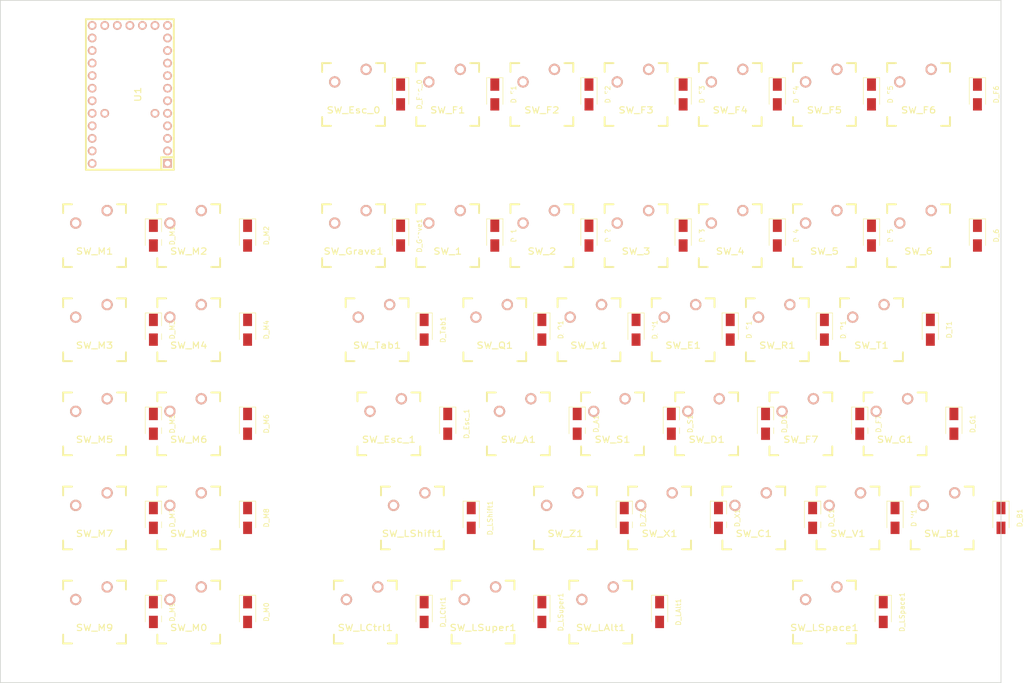
<source format=kicad_pcb>
(kicad_pcb (version 4) (host pcbnew 4.0.5)
  (layers (0 F.Cu signal) (31 B.Cu signal) (34 B.Paste user) (35 F.Paste user) (36 B.SilkS user) (37 F.SilkS user) (38 B.Mask user) (39 F.Mask user) (44 Edge.Cuts user))
  (net 0 "")
  (net 1 "Net-(D_1-Pad1)")
  (net 2 /Column3)
  (net 3 "Net-(D_2-Pad1)")
  (net 4 /Column4)
  (net 5 "Net-(D_3-Pad1)")
  (net 6 /Column5)
  (net 7 "Net-(D_4-Pad1)")
  (net 8 /Column6)
  (net 9 "Net-(D_5-Pad1)")
  (net 10 /Column7)
  (net 11 "Net-(D_6-Pad1)")
  (net 12 /Column8)
  (net 13 "Net-(D_A1-Pad1)")
  (net 14 "Net-(D_B1-Pad1)")
  (net 15 "Net-(D_C1-Pad1)")
  (net 16 "Net-(D_D1-Pad1)")
  (net 17 "Net-(D_E1-Pad1)")
  (net 18 "Net-(D_Esc_0-Pad1)")
  (net 19 /Column2)
  (net 20 "Net-(D_Esc_1-Pad1)")
  (net 21 "Net-(D_F1-Pad1)")
  (net 22 "Net-(D_F2-Pad1)")
  (net 23 "Net-(D_F3-Pad1)")
  (net 24 "Net-(D_F4-Pad1)")
  (net 25 "Net-(D_F5-Pad1)")
  (net 26 "Net-(D_F6-Pad1)")
  (net 27 "Net-(D_F7-Pad1)")
  (net 28 "Net-(D_G1-Pad1)")
  (net 29 "Net-(D_Grave1-Pad1)")
  (net 30 "Net-(D_LAlt1-Pad1)")
  (net 31 "Net-(D_LCtrl1-Pad1)")
  (net 32 "Net-(D_LShift1-Pad1)")
  (net 33 "Net-(D_LSpace1-Pad1)")
  (net 34 "Net-(D_LSuper1-Pad1)")
  (net 35 "Net-(D_M0-Pad1)")
  (net 36 /Column1)
  (net 37 "Net-(D_M1-Pad1)")
  (net 38 /Column0)
  (net 39 "Net-(D_M2-Pad1)")
  (net 40 "Net-(D_M3-Pad1)")
  (net 41 "Net-(D_M4-Pad1)")
  (net 42 "Net-(D_M5-Pad1)")
  (net 43 "Net-(D_M6-Pad1)")
  (net 44 "Net-(D_M7-Pad1)")
  (net 45 "Net-(D_M8-Pad1)")
  (net 46 "Net-(D_M9-Pad1)")
  (net 47 "Net-(D_Q1-Pad1)")
  (net 48 "Net-(D_R1-Pad1)")
  (net 49 "Net-(D_S1-Pad1)")
  (net 50 "Net-(D_T1-Pad1)")
  (net 51 "Net-(D_Tab1-Pad1)")
  (net 52 "Net-(D_V1-Pad1)")
  (net 53 "Net-(D_W1-Pad1)")
  (net 54 "Net-(D_X1-Pad1)")
  (net 55 "Net-(D_Z1-Pad1)")
  (net 56 /Row1)
  (net 57 /Row3)
  (net 58 /Row4)
  (net 59 /Row2)
  (net 60 /Row0)
  (net 61 /Row5)
  (net 62 "Net-(U1-Pad1)")
  (net 63 "Net-(U1-Pad13)")
  (net 64 "Net-(U1-Pad14)")
  (net 65 "Net-(U1-Pad15)")
  (net 66 "Net-(U1-Pad16)")
  (net 67 "Net-(U1-Pad18)")
  (net 68 "Net-(U1-Pad19)")
  (net 69 "Net-(U1-Pad23)")
  (net 70 "Net-(U1-Pad24)")
  (net 71 "Net-(U1-Pad25)")
  (net 72 "Net-(U1-Pad26)")
  (net 73 "Net-(U1-Pad27)")
  (net 74 "Net-(U1-Pad28)")
  (net 75 "Net-(U1-Pad29)")
  (net 76 "Net-(U1-Pad30)")
  (net 77 "Net-(U1-Pad31)")
  (module Stormboard_Keyboard:CHERRY_PLATE_100H (layer F.Cu) (at 138.1125 76.2)
    (fp_text reference SW_1 (at 0 3.175) (layer F.SilkS) (effects (font (size 1.27 1.524) (thickness 0.2032))))
    (fp_text value SWITCH_PUSH hide)
    (pad 1 thru_hole circle (at 2.54 -5.08) (size 2.286 2.286) (drill 1.4986) (layers *.Cu *.SilkS *.Mask) (net 56 /Row1))
    (pad 2 thru_hole circle (at -3.81 -2.54) (size 2.286 2.286) (drill 1.4986) (layers *.Cu *.SilkS *.Mask) (net 1 "Net-(D_1-Pad1)"))
    (pad HOLE np_thru_hole circle (at 0 0) (size 3.9878 3.9878) (drill 3.9878) (layers *.Cu))
    (pad HOLE np_thru_hole circle (at -5.08 0) (size 1.7018 1.7018) (drill 1.7018) (layers *.Cu))
    (pad HOLE np_thru_hole circle (at 5.08 0) (size 1.7018 1.7018) (drill 1.7018) (layers *.Cu))
  )
  (module Stormboard_Keyboard:CHERRY_PLATE_100H (layer F.Cu) (at 157.1625 76.2)
    (fp_text reference SW_2 (at 0 3.175) (layer F.SilkS) (effects (font (size 1.27 1.524) (thickness 0.2032))))
    (fp_text value SWITCH_PUSH hide)
    (pad 1 thru_hole circle (at 2.54 -5.08) (size 2.286 2.286) (drill 1.4986) (layers *.Cu *.SilkS *.Mask) (net 56 /Row1))
    (pad 2 thru_hole circle (at -3.81 -2.54) (size 2.286 2.286) (drill 1.4986) (layers *.Cu *.SilkS *.Mask) (net 3 "Net-(D_2-Pad1)"))
    (pad HOLE np_thru_hole circle (at 0 0) (size 3.9878 3.9878) (drill 3.9878) (layers *.Cu))
    (pad HOLE np_thru_hole circle (at -5.08 0) (size 1.7018 1.7018) (drill 1.7018) (layers *.Cu))
    (pad HOLE np_thru_hole circle (at 5.08 0) (size 1.7018 1.7018) (drill 1.7018) (layers *.Cu))
  )
  (module Stormboard_Keyboard:CHERRY_PLATE_100H (layer F.Cu) (at 176.2125 76.2)
    (fp_text reference SW_3 (at 0 3.175) (layer F.SilkS) (effects (font (size 1.27 1.524) (thickness 0.2032))))
    (fp_text value SWITCH_PUSH hide)
    (pad 1 thru_hole circle (at 2.54 -5.08) (size 2.286 2.286) (drill 1.4986) (layers *.Cu *.SilkS *.Mask) (net 56 /Row1))
    (pad 2 thru_hole circle (at -3.81 -2.54) (size 2.286 2.286) (drill 1.4986) (layers *.Cu *.SilkS *.Mask) (net 5 "Net-(D_3-Pad1)"))
    (pad HOLE np_thru_hole circle (at 0 0) (size 3.9878 3.9878) (drill 3.9878) (layers *.Cu))
    (pad HOLE np_thru_hole circle (at -5.08 0) (size 1.7018 1.7018) (drill 1.7018) (layers *.Cu))
    (pad HOLE np_thru_hole circle (at 5.08 0) (size 1.7018 1.7018) (drill 1.7018) (layers *.Cu))
  )
  (module Stormboard_Keyboard:CHERRY_PLATE_100H (layer F.Cu) (at 195.2625 76.2)
    (fp_text reference SW_4 (at 0 3.175) (layer F.SilkS) (effects (font (size 1.27 1.524) (thickness 0.2032))))
    (fp_text value SWITCH_PUSH hide)
    (pad 1 thru_hole circle (at 2.54 -5.08) (size 2.286 2.286) (drill 1.4986) (layers *.Cu *.SilkS *.Mask) (net 56 /Row1))
    (pad 2 thru_hole circle (at -3.81 -2.54) (size 2.286 2.286) (drill 1.4986) (layers *.Cu *.SilkS *.Mask) (net 7 "Net-(D_4-Pad1)"))
    (pad HOLE np_thru_hole circle (at 0 0) (size 3.9878 3.9878) (drill 3.9878) (layers *.Cu))
    (pad HOLE np_thru_hole circle (at -5.08 0) (size 1.7018 1.7018) (drill 1.7018) (layers *.Cu))
    (pad HOLE np_thru_hole circle (at 5.08 0) (size 1.7018 1.7018) (drill 1.7018) (layers *.Cu))
  )
  (module Stormboard_Keyboard:CHERRY_PLATE_100H (layer F.Cu) (at 214.3125 76.2)
    (fp_text reference SW_5 (at 0 3.175) (layer F.SilkS) (effects (font (size 1.27 1.524) (thickness 0.2032))))
    (fp_text value SWITCH_PUSH hide)
    (pad 1 thru_hole circle (at 2.54 -5.08) (size 2.286 2.286) (drill 1.4986) (layers *.Cu *.SilkS *.Mask) (net 56 /Row1))
    (pad 2 thru_hole circle (at -3.81 -2.54) (size 2.286 2.286) (drill 1.4986) (layers *.Cu *.SilkS *.Mask) (net 9 "Net-(D_5-Pad1)"))
    (pad HOLE np_thru_hole circle (at 0 0) (size 3.9878 3.9878) (drill 3.9878) (layers *.Cu))
    (pad HOLE np_thru_hole circle (at -5.08 0) (size 1.7018 1.7018) (drill 1.7018) (layers *.Cu))
    (pad HOLE np_thru_hole circle (at 5.08 0) (size 1.7018 1.7018) (drill 1.7018) (layers *.Cu))
  )
  (module Stormboard_Keyboard:CHERRY_PLATE_100H (layer F.Cu) (at 233.3625 76.2)
    (fp_text reference SW_6 (at 0 3.175) (layer F.SilkS) (effects (font (size 1.27 1.524) (thickness 0.2032))))
    (fp_text value SWITCH_PUSH hide)
    (pad 1 thru_hole circle (at 2.54 -5.08) (size 2.286 2.286) (drill 1.4986) (layers *.Cu *.SilkS *.Mask) (net 56 /Row1))
    (pad 2 thru_hole circle (at -3.81 -2.54) (size 2.286 2.286) (drill 1.4986) (layers *.Cu *.SilkS *.Mask) (net 11 "Net-(D_6-Pad1)"))
    (pad HOLE np_thru_hole circle (at 0 0) (size 3.9878 3.9878) (drill 3.9878) (layers *.Cu))
    (pad HOLE np_thru_hole circle (at -5.08 0) (size 1.7018 1.7018) (drill 1.7018) (layers *.Cu))
    (pad HOLE np_thru_hole circle (at 5.08 0) (size 1.7018 1.7018) (drill 1.7018) (layers *.Cu))
  )
  (module Stormboard_Keyboard:CHERRY_PLATE_100H (layer F.Cu) (at 152.4 114.3)
    (fp_text reference SW_A1 (at 0 3.175) (layer F.SilkS) (effects (font (size 1.27 1.524) (thickness 0.2032))))
    (fp_text value SWITCH_PUSH hide)
    (pad 1 thru_hole circle (at 2.54 -5.08) (size 2.286 2.286) (drill 1.4986) (layers *.Cu *.SilkS *.Mask) (net 57 /Row3))
    (pad 2 thru_hole circle (at -3.81 -2.54) (size 2.286 2.286) (drill 1.4986) (layers *.Cu *.SilkS *.Mask) (net 13 "Net-(D_A1-Pad1)"))
    (pad HOLE np_thru_hole circle (at 0 0) (size 3.9878 3.9878) (drill 3.9878) (layers *.Cu))
    (pad HOLE np_thru_hole circle (at -5.08 0) (size 1.7018 1.7018) (drill 1.7018) (layers *.Cu))
    (pad HOLE np_thru_hole circle (at 5.08 0) (size 1.7018 1.7018) (drill 1.7018) (layers *.Cu))
  )
  (module Stormboard_Keyboard:CHERRY_PLATE_100H (layer F.Cu) (at 238.125 133.35)
    (fp_text reference SW_B1 (at 0 3.175) (layer F.SilkS) (effects (font (size 1.27 1.524) (thickness 0.2032))))
    (fp_text value SWITCH_PUSH hide)
    (pad 1 thru_hole circle (at 2.54 -5.08) (size 2.286 2.286) (drill 1.4986) (layers *.Cu *.SilkS *.Mask) (net 58 /Row4))
    (pad 2 thru_hole circle (at -3.81 -2.54) (size 2.286 2.286) (drill 1.4986) (layers *.Cu *.SilkS *.Mask) (net 14 "Net-(D_B1-Pad1)"))
    (pad HOLE np_thru_hole circle (at 0 0) (size 3.9878 3.9878) (drill 3.9878) (layers *.Cu))
    (pad HOLE np_thru_hole circle (at -5.08 0) (size 1.7018 1.7018) (drill 1.7018) (layers *.Cu))
    (pad HOLE np_thru_hole circle (at 5.08 0) (size 1.7018 1.7018) (drill 1.7018) (layers *.Cu))
  )
  (module Stormboard_Keyboard:CHERRY_PLATE_100H (layer F.Cu) (at 200.025 133.35)
    (fp_text reference SW_C1 (at 0 3.175) (layer F.SilkS) (effects (font (size 1.27 1.524) (thickness 0.2032))))
    (fp_text value SWITCH_PUSH hide)
    (pad 1 thru_hole circle (at 2.54 -5.08) (size 2.286 2.286) (drill 1.4986) (layers *.Cu *.SilkS *.Mask) (net 58 /Row4))
    (pad 2 thru_hole circle (at -3.81 -2.54) (size 2.286 2.286) (drill 1.4986) (layers *.Cu *.SilkS *.Mask) (net 15 "Net-(D_C1-Pad1)"))
    (pad HOLE np_thru_hole circle (at 0 0) (size 3.9878 3.9878) (drill 3.9878) (layers *.Cu))
    (pad HOLE np_thru_hole circle (at -5.08 0) (size 1.7018 1.7018) (drill 1.7018) (layers *.Cu))
    (pad HOLE np_thru_hole circle (at 5.08 0) (size 1.7018 1.7018) (drill 1.7018) (layers *.Cu))
  )
  (module Stormboard_Keyboard:CHERRY_PLATE_100H (layer F.Cu) (at 190.5 114.3)
    (fp_text reference SW_D1 (at 0 3.175) (layer F.SilkS) (effects (font (size 1.27 1.524) (thickness 0.2032))))
    (fp_text value SWITCH_PUSH hide)
    (pad 1 thru_hole circle (at 2.54 -5.08) (size 2.286 2.286) (drill 1.4986) (layers *.Cu *.SilkS *.Mask) (net 57 /Row3))
    (pad 2 thru_hole circle (at -3.81 -2.54) (size 2.286 2.286) (drill 1.4986) (layers *.Cu *.SilkS *.Mask) (net 16 "Net-(D_D1-Pad1)"))
    (pad HOLE np_thru_hole circle (at 0 0) (size 3.9878 3.9878) (drill 3.9878) (layers *.Cu))
    (pad HOLE np_thru_hole circle (at -5.08 0) (size 1.7018 1.7018) (drill 1.7018) (layers *.Cu))
    (pad HOLE np_thru_hole circle (at 5.08 0) (size 1.7018 1.7018) (drill 1.7018) (layers *.Cu))
  )
  (module Stormboard_Keyboard:CHERRY_PLATE_100H (layer F.Cu) (at 185.7375 95.25)
    (fp_text reference SW_E1 (at 0 3.175) (layer F.SilkS) (effects (font (size 1.27 1.524) (thickness 0.2032))))
    (fp_text value SWITCH_PUSH hide)
    (pad 1 thru_hole circle (at 2.54 -5.08) (size 2.286 2.286) (drill 1.4986) (layers *.Cu *.SilkS *.Mask) (net 59 /Row2))
    (pad 2 thru_hole circle (at -3.81 -2.54) (size 2.286 2.286) (drill 1.4986) (layers *.Cu *.SilkS *.Mask) (net 17 "Net-(D_E1-Pad1)"))
    (pad HOLE np_thru_hole circle (at 0 0) (size 3.9878 3.9878) (drill 3.9878) (layers *.Cu))
    (pad HOLE np_thru_hole circle (at -5.08 0) (size 1.7018 1.7018) (drill 1.7018) (layers *.Cu))
    (pad HOLE np_thru_hole circle (at 5.08 0) (size 1.7018 1.7018) (drill 1.7018) (layers *.Cu))
  )
  (module Stormboard_Keyboard:CHERRY_PLATE_100H (layer F.Cu) (at 119.0625 47.625)
    (fp_text reference SW_Esc_0 (at 0 3.175) (layer F.SilkS) (effects (font (size 1.27 1.524) (thickness 0.2032))))
    (fp_text value SWITCH_PUSH hide)
    (pad 1 thru_hole circle (at 2.54 -5.08) (size 2.286 2.286) (drill 1.4986) (layers *.Cu *.SilkS *.Mask) (net 60 /Row0))
    (pad 2 thru_hole circle (at -3.81 -2.54) (size 2.286 2.286) (drill 1.4986) (layers *.Cu *.SilkS *.Mask) (net 18 "Net-(D_Esc_0-Pad1)"))
    (pad HOLE np_thru_hole circle (at 0 0) (size 3.9878 3.9878) (drill 3.9878) (layers *.Cu))
    (pad HOLE np_thru_hole circle (at -5.08 0) (size 1.7018 1.7018) (drill 1.7018) (layers *.Cu))
    (pad HOLE np_thru_hole circle (at 5.08 0) (size 1.7018 1.7018) (drill 1.7018) (layers *.Cu))
  )
  (module Stormboard_Keyboard:CHERRY_PCB_175H (layer F.Cu) (at 126.20625 114.3)
    (fp_text reference SW_Esc_1 (at 0 3.175) (layer F.SilkS) (effects (font (size 1.27 1.524) (thickness 0.2032))))
    (fp_text value SWITCH_PUSH hide)
    (pad 1 thru_hole circle (at 2.54 -5.08) (size 2.286 2.286) (drill 1.4986) (layers *.Cu *.SilkS *.Mask) (net 57 /Row3))
    (pad 2 thru_hole circle (at -3.81 -2.54) (size 2.286 2.286) (drill 1.4986) (layers *.Cu *.SilkS *.Mask) (net 20 "Net-(D_Esc_1-Pad1)"))
    (pad HOLE np_thru_hole circle (at 0 0) (size 3.9878 3.9878) (drill 3.9878) (layers *.Cu))
    (pad HOLE np_thru_hole circle (at -5.08 0) (size 1.7018 1.7018) (drill 1.7018) (layers *.Cu))
    (pad HOLE np_thru_hole circle (at 5.08 0) (size 1.7018 1.7018) (drill 1.7018) (layers *.Cu))
  )
  (module Stormboard_Keyboard:CHERRY_PLATE_100H (layer F.Cu) (at 138.1125 47.625)
    (fp_text reference SW_F1 (at 0 3.175) (layer F.SilkS) (effects (font (size 1.27 1.524) (thickness 0.2032))))
    (fp_text value SWITCH_PUSH hide)
    (pad 1 thru_hole circle (at 2.54 -5.08) (size 2.286 2.286) (drill 1.4986) (layers *.Cu *.SilkS *.Mask) (net 60 /Row0))
    (pad 2 thru_hole circle (at -3.81 -2.54) (size 2.286 2.286) (drill 1.4986) (layers *.Cu *.SilkS *.Mask) (net 21 "Net-(D_F1-Pad1)"))
    (pad HOLE np_thru_hole circle (at 0 0) (size 3.9878 3.9878) (drill 3.9878) (layers *.Cu))
    (pad HOLE np_thru_hole circle (at -5.08 0) (size 1.7018 1.7018) (drill 1.7018) (layers *.Cu))
    (pad HOLE np_thru_hole circle (at 5.08 0) (size 1.7018 1.7018) (drill 1.7018) (layers *.Cu))
  )
  (module Stormboard_Keyboard:CHERRY_PLATE_100H (layer F.Cu) (at 157.1625 47.625)
    (fp_text reference SW_F2 (at 0 3.175) (layer F.SilkS) (effects (font (size 1.27 1.524) (thickness 0.2032))))
    (fp_text value SWITCH_PUSH hide)
    (pad 1 thru_hole circle (at 2.54 -5.08) (size 2.286 2.286) (drill 1.4986) (layers *.Cu *.SilkS *.Mask) (net 60 /Row0))
    (pad 2 thru_hole circle (at -3.81 -2.54) (size 2.286 2.286) (drill 1.4986) (layers *.Cu *.SilkS *.Mask) (net 22 "Net-(D_F2-Pad1)"))
    (pad HOLE np_thru_hole circle (at 0 0) (size 3.9878 3.9878) (drill 3.9878) (layers *.Cu))
    (pad HOLE np_thru_hole circle (at -5.08 0) (size 1.7018 1.7018) (drill 1.7018) (layers *.Cu))
    (pad HOLE np_thru_hole circle (at 5.08 0) (size 1.7018 1.7018) (drill 1.7018) (layers *.Cu))
  )
  (module Stormboard_Keyboard:CHERRY_PLATE_100H (layer F.Cu) (at 176.2125 47.625)
    (fp_text reference SW_F3 (at 0 3.175) (layer F.SilkS) (effects (font (size 1.27 1.524) (thickness 0.2032))))
    (fp_text value SWITCH_PUSH hide)
    (pad 1 thru_hole circle (at 2.54 -5.08) (size 2.286 2.286) (drill 1.4986) (layers *.Cu *.SilkS *.Mask) (net 60 /Row0))
    (pad 2 thru_hole circle (at -3.81 -2.54) (size 2.286 2.286) (drill 1.4986) (layers *.Cu *.SilkS *.Mask) (net 23 "Net-(D_F3-Pad1)"))
    (pad HOLE np_thru_hole circle (at 0 0) (size 3.9878 3.9878) (drill 3.9878) (layers *.Cu))
    (pad HOLE np_thru_hole circle (at -5.08 0) (size 1.7018 1.7018) (drill 1.7018) (layers *.Cu))
    (pad HOLE np_thru_hole circle (at 5.08 0) (size 1.7018 1.7018) (drill 1.7018) (layers *.Cu))
  )
  (module Stormboard_Keyboard:CHERRY_PLATE_100H (layer F.Cu) (at 195.2625 47.625)
    (fp_text reference SW_F4 (at 0 3.175) (layer F.SilkS) (effects (font (size 1.27 1.524) (thickness 0.2032))))
    (fp_text value SWITCH_PUSH hide)
    (pad 1 thru_hole circle (at 2.54 -5.08) (size 2.286 2.286) (drill 1.4986) (layers *.Cu *.SilkS *.Mask) (net 60 /Row0))
    (pad 2 thru_hole circle (at -3.81 -2.54) (size 2.286 2.286) (drill 1.4986) (layers *.Cu *.SilkS *.Mask) (net 24 "Net-(D_F4-Pad1)"))
    (pad HOLE np_thru_hole circle (at 0 0) (size 3.9878 3.9878) (drill 3.9878) (layers *.Cu))
    (pad HOLE np_thru_hole circle (at -5.08 0) (size 1.7018 1.7018) (drill 1.7018) (layers *.Cu))
    (pad HOLE np_thru_hole circle (at 5.08 0) (size 1.7018 1.7018) (drill 1.7018) (layers *.Cu))
  )
  (module Stormboard_Keyboard:CHERRY_PLATE_100H (layer F.Cu) (at 214.3125 47.625)
    (fp_text reference SW_F5 (at 0 3.175) (layer F.SilkS) (effects (font (size 1.27 1.524) (thickness 0.2032))))
    (fp_text value SWITCH_PUSH hide)
    (pad 1 thru_hole circle (at 2.54 -5.08) (size 2.286 2.286) (drill 1.4986) (layers *.Cu *.SilkS *.Mask) (net 60 /Row0))
    (pad 2 thru_hole circle (at -3.81 -2.54) (size 2.286 2.286) (drill 1.4986) (layers *.Cu *.SilkS *.Mask) (net 25 "Net-(D_F5-Pad1)"))
    (pad HOLE np_thru_hole circle (at 0 0) (size 3.9878 3.9878) (drill 3.9878) (layers *.Cu))
    (pad HOLE np_thru_hole circle (at -5.08 0) (size 1.7018 1.7018) (drill 1.7018) (layers *.Cu))
    (pad HOLE np_thru_hole circle (at 5.08 0) (size 1.7018 1.7018) (drill 1.7018) (layers *.Cu))
  )
  (module Stormboard_Keyboard:CHERRY_PLATE_100H (layer F.Cu) (at 233.3625 47.625)
    (fp_text reference SW_F6 (at 0 3.175) (layer F.SilkS) (effects (font (size 1.27 1.524) (thickness 0.2032))))
    (fp_text value SWITCH_PUSH hide)
    (pad 1 thru_hole circle (at 2.54 -5.08) (size 2.286 2.286) (drill 1.4986) (layers *.Cu *.SilkS *.Mask) (net 60 /Row0))
    (pad 2 thru_hole circle (at -3.81 -2.54) (size 2.286 2.286) (drill 1.4986) (layers *.Cu *.SilkS *.Mask) (net 26 "Net-(D_F6-Pad1)"))
    (pad HOLE np_thru_hole circle (at 0 0) (size 3.9878 3.9878) (drill 3.9878) (layers *.Cu))
    (pad HOLE np_thru_hole circle (at -5.08 0) (size 1.7018 1.7018) (drill 1.7018) (layers *.Cu))
    (pad HOLE np_thru_hole circle (at 5.08 0) (size 1.7018 1.7018) (drill 1.7018) (layers *.Cu))
  )
  (module Stormboard_Keyboard:CHERRY_PLATE_100H (layer F.Cu) (at 209.55 114.3)
    (fp_text reference SW_F7 (at 0 3.175) (layer F.SilkS) (effects (font (size 1.27 1.524) (thickness 0.2032))))
    (fp_text value SWITCH_PUSH hide)
    (pad 1 thru_hole circle (at 2.54 -5.08) (size 2.286 2.286) (drill 1.4986) (layers *.Cu *.SilkS *.Mask) (net 57 /Row3))
    (pad 2 thru_hole circle (at -3.81 -2.54) (size 2.286 2.286) (drill 1.4986) (layers *.Cu *.SilkS *.Mask) (net 27 "Net-(D_F7-Pad1)"))
    (pad HOLE np_thru_hole circle (at 0 0) (size 3.9878 3.9878) (drill 3.9878) (layers *.Cu))
    (pad HOLE np_thru_hole circle (at -5.08 0) (size 1.7018 1.7018) (drill 1.7018) (layers *.Cu))
    (pad HOLE np_thru_hole circle (at 5.08 0) (size 1.7018 1.7018) (drill 1.7018) (layers *.Cu))
  )
  (module Stormboard_Keyboard:CHERRY_PLATE_100H (layer F.Cu) (at 228.6 114.3)
    (fp_text reference SW_G1 (at 0 3.175) (layer F.SilkS) (effects (font (size 1.27 1.524) (thickness 0.2032))))
    (fp_text value SWITCH_PUSH hide)
    (pad 1 thru_hole circle (at 2.54 -5.08) (size 2.286 2.286) (drill 1.4986) (layers *.Cu *.SilkS *.Mask) (net 57 /Row3))
    (pad 2 thru_hole circle (at -3.81 -2.54) (size 2.286 2.286) (drill 1.4986) (layers *.Cu *.SilkS *.Mask) (net 28 "Net-(D_G1-Pad1)"))
    (pad HOLE np_thru_hole circle (at 0 0) (size 3.9878 3.9878) (drill 3.9878) (layers *.Cu))
    (pad HOLE np_thru_hole circle (at -5.08 0) (size 1.7018 1.7018) (drill 1.7018) (layers *.Cu))
    (pad HOLE np_thru_hole circle (at 5.08 0) (size 1.7018 1.7018) (drill 1.7018) (layers *.Cu))
  )
  (module Stormboard_Keyboard:CHERRY_PLATE_100H (layer F.Cu) (at 119.0625 76.2)
    (fp_text reference SW_Grave1 (at 0 3.175) (layer F.SilkS) (effects (font (size 1.27 1.524) (thickness 0.2032))))
    (fp_text value SWITCH_PUSH hide)
    (pad 1 thru_hole circle (at 2.54 -5.08) (size 2.286 2.286) (drill 1.4986) (layers *.Cu *.SilkS *.Mask) (net 56 /Row1))
    (pad 2 thru_hole circle (at -3.81 -2.54) (size 2.286 2.286) (drill 1.4986) (layers *.Cu *.SilkS *.Mask) (net 29 "Net-(D_Grave1-Pad1)"))
    (pad HOLE np_thru_hole circle (at 0 0) (size 3.9878 3.9878) (drill 3.9878) (layers *.Cu))
    (pad HOLE np_thru_hole circle (at -5.08 0) (size 1.7018 1.7018) (drill 1.7018) (layers *.Cu))
    (pad HOLE np_thru_hole circle (at 5.08 0) (size 1.7018 1.7018) (drill 1.7018) (layers *.Cu))
  )
  (module Stormboard_Keyboard:CHERRY_PCB_125H (layer F.Cu) (at 169.06875 152.4)
    (fp_text reference SW_LAlt1 (at 0 3.175) (layer F.SilkS) (effects (font (size 1.27 1.524) (thickness 0.2032))))
    (fp_text value SWITCH_PUSH hide)
    (pad 1 thru_hole circle (at 2.54 -5.08) (size 2.286 2.286) (drill 1.4986) (layers *.Cu *.SilkS *.Mask) (net 61 /Row5))
    (pad 2 thru_hole circle (at -3.81 -2.54) (size 2.286 2.286) (drill 1.4986) (layers *.Cu *.SilkS *.Mask) (net 30 "Net-(D_LAlt1-Pad1)"))
    (pad HOLE np_thru_hole circle (at 0 0) (size 3.9878 3.9878) (drill 3.9878) (layers *.Cu))
    (pad HOLE np_thru_hole circle (at -5.08 0) (size 1.7018 1.7018) (drill 1.7018) (layers *.Cu))
    (pad HOLE np_thru_hole circle (at 5.08 0) (size 1.7018 1.7018) (drill 1.7018) (layers *.Cu))
  )
  (module Stormboard_Keyboard:CHERRY_PCB_125H (layer F.Cu) (at 121.44375 152.4)
    (fp_text reference SW_LCtrl1 (at 0 3.175) (layer F.SilkS) (effects (font (size 1.27 1.524) (thickness 0.2032))))
    (fp_text value SWITCH_PUSH hide)
    (pad 1 thru_hole circle (at 2.54 -5.08) (size 2.286 2.286) (drill 1.4986) (layers *.Cu *.SilkS *.Mask) (net 61 /Row5))
    (pad 2 thru_hole circle (at -3.81 -2.54) (size 2.286 2.286) (drill 1.4986) (layers *.Cu *.SilkS *.Mask) (net 31 "Net-(D_LCtrl1-Pad1)"))
    (pad HOLE np_thru_hole circle (at 0 0) (size 3.9878 3.9878) (drill 3.9878) (layers *.Cu))
    (pad HOLE np_thru_hole circle (at -5.08 0) (size 1.7018 1.7018) (drill 1.7018) (layers *.Cu))
    (pad HOLE np_thru_hole circle (at 5.08 0) (size 1.7018 1.7018) (drill 1.7018) (layers *.Cu))
  )
  (module Stormboard_Keyboard:CHERRY_PCB_225H (layer F.Cu) (at 130.96875 133.35)
    (fp_text reference SW_LShift1 (at 0 3.175) (layer F.SilkS) (effects (font (size 1.27 1.524) (thickness 0.2032))))
    (fp_text value SWITCH_PUSH hide)
    (pad 1 thru_hole circle (at 2.54 -5.08) (size 2.286 2.286) (drill 1.4986) (layers *.Cu *.SilkS *.Mask) (net 58 /Row4))
    (pad 2 thru_hole circle (at -3.81 -2.54) (size 2.286 2.286) (drill 1.4986) (layers *.Cu *.SilkS *.Mask) (net 32 "Net-(D_LShift1-Pad1)"))
    (pad HOLE np_thru_hole circle (at 0 0) (size 3.9878 3.9878) (drill 3.9878) (layers *.Cu))
    (pad HOLE np_thru_hole circle (at -5.08 0) (size 1.7018 1.7018) (drill 1.7018) (layers *.Cu))
    (pad HOLE np_thru_hole circle (at 5.08 0) (size 1.7018 1.7018) (drill 1.7018) (layers *.Cu))
    (pad HOLE np_thru_hole circle (at -11.938 -6.985) (size 3.048 3.048) (drill 3.048) (layers *.Cu))
    (pad HOLE np_thru_hole circle (at 11.938 -6.985) (size 3.048 3.048) (drill 3.048) (layers *.Cu))
    (pad HOLE np_thru_hole circle (at -11.938 8.255) (size 3.9878 3.9878) (drill 3.9878) (layers *.Cu))
    (pad HOLE np_thru_hole circle (at 11.938 8.255) (size 3.9878 3.9878) (drill 3.9878) (layers *.Cu))
  )
  (module Stormboard_Keyboard:CHERRY_PCB_275H (layer F.Cu) (at 214.3125 152.4)
    (fp_text reference SW_LSpace1 (at 0 3.175) (layer F.SilkS) (effects (font (size 1.27 1.524) (thickness 0.2032))))
    (fp_text value SWITCH_PUSH hide)
    (pad 1 thru_hole circle (at 2.54 -5.08) (size 2.286 2.286) (drill 1.4986) (layers *.Cu *.SilkS *.Mask) (net 61 /Row5))
    (pad 2 thru_hole circle (at -3.81 -2.54) (size 2.286 2.286) (drill 1.4986) (layers *.Cu *.SilkS *.Mask) (net 33 "Net-(D_LSpace1-Pad1)"))
    (pad HOLE np_thru_hole circle (at 0 0) (size 3.9878 3.9878) (drill 3.9878) (layers *.Cu))
    (pad HOLE np_thru_hole circle (at -5.08 0) (size 1.7018 1.7018) (drill 1.7018) (layers *.Cu))
    (pad HOLE np_thru_hole circle (at 5.08 0) (size 1.7018 1.7018) (drill 1.7018) (layers *.Cu))
    (pad HOLE np_thru_hole circle (at -11.938 -6.985) (size 3.048 3.048) (drill 3.048) (layers *.Cu))
    (pad HOLE np_thru_hole circle (at 11.938 -6.985) (size 3.048 3.048) (drill 3.048) (layers *.Cu))
    (pad HOLE np_thru_hole circle (at -11.938 8.255) (size 3.9878 3.9878) (drill 3.9878) (layers *.Cu))
    (pad HOLE np_thru_hole circle (at 11.938 8.255) (size 3.9878 3.9878) (drill 3.9878) (layers *.Cu))
  )
  (module Stormboard_Keyboard:CHERRY_PCB_125H (layer F.Cu) (at 145.25625 152.4)
    (fp_text reference SW_LSuper1 (at 0 3.175) (layer F.SilkS) (effects (font (size 1.27 1.524) (thickness 0.2032))))
    (fp_text value SWITCH_PUSH hide)
    (pad 1 thru_hole circle (at 2.54 -5.08) (size 2.286 2.286) (drill 1.4986) (layers *.Cu *.SilkS *.Mask) (net 61 /Row5))
    (pad 2 thru_hole circle (at -3.81 -2.54) (size 2.286 2.286) (drill 1.4986) (layers *.Cu *.SilkS *.Mask) (net 34 "Net-(D_LSuper1-Pad1)"))
    (pad HOLE np_thru_hole circle (at 0 0) (size 3.9878 3.9878) (drill 3.9878) (layers *.Cu))
    (pad HOLE np_thru_hole circle (at -5.08 0) (size 1.7018 1.7018) (drill 1.7018) (layers *.Cu))
    (pad HOLE np_thru_hole circle (at 5.08 0) (size 1.7018 1.7018) (drill 1.7018) (layers *.Cu))
  )
  (module Stormboard_Keyboard:CHERRY_PLATE_100H (layer F.Cu) (at 85.725 152.4)
    (fp_text reference SW_M0 (at 0 3.175) (layer F.SilkS) (effects (font (size 1.27 1.524) (thickness 0.2032))))
    (fp_text value SWITCH_PUSH hide)
    (pad 1 thru_hole circle (at 2.54 -5.08) (size 2.286 2.286) (drill 1.4986) (layers *.Cu *.SilkS *.Mask) (net 61 /Row5))
    (pad 2 thru_hole circle (at -3.81 -2.54) (size 2.286 2.286) (drill 1.4986) (layers *.Cu *.SilkS *.Mask) (net 35 "Net-(D_M0-Pad1)"))
    (pad HOLE np_thru_hole circle (at 0 0) (size 3.9878 3.9878) (drill 3.9878) (layers *.Cu))
    (pad HOLE np_thru_hole circle (at -5.08 0) (size 1.7018 1.7018) (drill 1.7018) (layers *.Cu))
    (pad HOLE np_thru_hole circle (at 5.08 0) (size 1.7018 1.7018) (drill 1.7018) (layers *.Cu))
  )
  (module Stormboard_Keyboard:CHERRY_PLATE_100H (layer F.Cu) (at 66.675 76.2)
    (fp_text reference SW_M1 (at 0 3.175) (layer F.SilkS) (effects (font (size 1.27 1.524) (thickness 0.2032))))
    (fp_text value SWITCH_PUSH hide)
    (pad 1 thru_hole circle (at 2.54 -5.08) (size 2.286 2.286) (drill 1.4986) (layers *.Cu *.SilkS *.Mask) (net 56 /Row1))
    (pad 2 thru_hole circle (at -3.81 -2.54) (size 2.286 2.286) (drill 1.4986) (layers *.Cu *.SilkS *.Mask) (net 37 "Net-(D_M1-Pad1)"))
    (pad HOLE np_thru_hole circle (at 0 0) (size 3.9878 3.9878) (drill 3.9878) (layers *.Cu))
    (pad HOLE np_thru_hole circle (at -5.08 0) (size 1.7018 1.7018) (drill 1.7018) (layers *.Cu))
    (pad HOLE np_thru_hole circle (at 5.08 0) (size 1.7018 1.7018) (drill 1.7018) (layers *.Cu))
  )
  (module Stormboard_Keyboard:CHERRY_PLATE_100H (layer F.Cu) (at 85.725 76.2)
    (fp_text reference SW_M2 (at 0 3.175) (layer F.SilkS) (effects (font (size 1.27 1.524) (thickness 0.2032))))
    (fp_text value SWITCH_PUSH hide)
    (pad 1 thru_hole circle (at 2.54 -5.08) (size 2.286 2.286) (drill 1.4986) (layers *.Cu *.SilkS *.Mask) (net 56 /Row1))
    (pad 2 thru_hole circle (at -3.81 -2.54) (size 2.286 2.286) (drill 1.4986) (layers *.Cu *.SilkS *.Mask) (net 39 "Net-(D_M2-Pad1)"))
    (pad HOLE np_thru_hole circle (at 0 0) (size 3.9878 3.9878) (drill 3.9878) (layers *.Cu))
    (pad HOLE np_thru_hole circle (at -5.08 0) (size 1.7018 1.7018) (drill 1.7018) (layers *.Cu))
    (pad HOLE np_thru_hole circle (at 5.08 0) (size 1.7018 1.7018) (drill 1.7018) (layers *.Cu))
  )
  (module Stormboard_Keyboard:CHERRY_PLATE_100H (layer F.Cu) (at 66.675 95.25)
    (fp_text reference SW_M3 (at 0 3.175) (layer F.SilkS) (effects (font (size 1.27 1.524) (thickness 0.2032))))
    (fp_text value SWITCH_PUSH hide)
    (pad 1 thru_hole circle (at 2.54 -5.08) (size 2.286 2.286) (drill 1.4986) (layers *.Cu *.SilkS *.Mask) (net 59 /Row2))
    (pad 2 thru_hole circle (at -3.81 -2.54) (size 2.286 2.286) (drill 1.4986) (layers *.Cu *.SilkS *.Mask) (net 40 "Net-(D_M3-Pad1)"))
    (pad HOLE np_thru_hole circle (at 0 0) (size 3.9878 3.9878) (drill 3.9878) (layers *.Cu))
    (pad HOLE np_thru_hole circle (at -5.08 0) (size 1.7018 1.7018) (drill 1.7018) (layers *.Cu))
    (pad HOLE np_thru_hole circle (at 5.08 0) (size 1.7018 1.7018) (drill 1.7018) (layers *.Cu))
  )
  (module Stormboard_Keyboard:CHERRY_PLATE_100H (layer F.Cu) (at 85.725 95.25)
    (fp_text reference SW_M4 (at 0 3.175) (layer F.SilkS) (effects (font (size 1.27 1.524) (thickness 0.2032))))
    (fp_text value SWITCH_PUSH hide)
    (pad 1 thru_hole circle (at 2.54 -5.08) (size 2.286 2.286) (drill 1.4986) (layers *.Cu *.SilkS *.Mask) (net 59 /Row2))
    (pad 2 thru_hole circle (at -3.81 -2.54) (size 2.286 2.286) (drill 1.4986) (layers *.Cu *.SilkS *.Mask) (net 41 "Net-(D_M4-Pad1)"))
    (pad HOLE np_thru_hole circle (at 0 0) (size 3.9878 3.9878) (drill 3.9878) (layers *.Cu))
    (pad HOLE np_thru_hole circle (at -5.08 0) (size 1.7018 1.7018) (drill 1.7018) (layers *.Cu))
    (pad HOLE np_thru_hole circle (at 5.08 0) (size 1.7018 1.7018) (drill 1.7018) (layers *.Cu))
  )
  (module Stormboard_Keyboard:CHERRY_PLATE_100H (layer F.Cu) (at 66.675 114.3)
    (fp_text reference SW_M5 (at 0 3.175) (layer F.SilkS) (effects (font (size 1.27 1.524) (thickness 0.2032))))
    (fp_text value SWITCH_PUSH hide)
    (pad 1 thru_hole circle (at 2.54 -5.08) (size 2.286 2.286) (drill 1.4986) (layers *.Cu *.SilkS *.Mask) (net 57 /Row3))
    (pad 2 thru_hole circle (at -3.81 -2.54) (size 2.286 2.286) (drill 1.4986) (layers *.Cu *.SilkS *.Mask) (net 42 "Net-(D_M5-Pad1)"))
    (pad HOLE np_thru_hole circle (at 0 0) (size 3.9878 3.9878) (drill 3.9878) (layers *.Cu))
    (pad HOLE np_thru_hole circle (at -5.08 0) (size 1.7018 1.7018) (drill 1.7018) (layers *.Cu))
    (pad HOLE np_thru_hole circle (at 5.08 0) (size 1.7018 1.7018) (drill 1.7018) (layers *.Cu))
  )
  (module Stormboard_Keyboard:CHERRY_PLATE_100H (layer F.Cu) (at 85.725 114.3)
    (fp_text reference SW_M6 (at 0 3.175) (layer F.SilkS) (effects (font (size 1.27 1.524) (thickness 0.2032))))
    (fp_text value SWITCH_PUSH hide)
    (pad 1 thru_hole circle (at 2.54 -5.08) (size 2.286 2.286) (drill 1.4986) (layers *.Cu *.SilkS *.Mask) (net 57 /Row3))
    (pad 2 thru_hole circle (at -3.81 -2.54) (size 2.286 2.286) (drill 1.4986) (layers *.Cu *.SilkS *.Mask) (net 43 "Net-(D_M6-Pad1)"))
    (pad HOLE np_thru_hole circle (at 0 0) (size 3.9878 3.9878) (drill 3.9878) (layers *.Cu))
    (pad HOLE np_thru_hole circle (at -5.08 0) (size 1.7018 1.7018) (drill 1.7018) (layers *.Cu))
    (pad HOLE np_thru_hole circle (at 5.08 0) (size 1.7018 1.7018) (drill 1.7018) (layers *.Cu))
  )
  (module Stormboard_Keyboard:CHERRY_PLATE_100H (layer F.Cu) (at 66.675 133.35)
    (fp_text reference SW_M7 (at 0 3.175) (layer F.SilkS) (effects (font (size 1.27 1.524) (thickness 0.2032))))
    (fp_text value SWITCH_PUSH hide)
    (pad 1 thru_hole circle (at 2.54 -5.08) (size 2.286 2.286) (drill 1.4986) (layers *.Cu *.SilkS *.Mask) (net 58 /Row4))
    (pad 2 thru_hole circle (at -3.81 -2.54) (size 2.286 2.286) (drill 1.4986) (layers *.Cu *.SilkS *.Mask) (net 44 "Net-(D_M7-Pad1)"))
    (pad HOLE np_thru_hole circle (at 0 0) (size 3.9878 3.9878) (drill 3.9878) (layers *.Cu))
    (pad HOLE np_thru_hole circle (at -5.08 0) (size 1.7018 1.7018) (drill 1.7018) (layers *.Cu))
    (pad HOLE np_thru_hole circle (at 5.08 0) (size 1.7018 1.7018) (drill 1.7018) (layers *.Cu))
  )
  (module Stormboard_Keyboard:CHERRY_PLATE_100H (layer F.Cu) (at 85.725 133.35)
    (fp_text reference SW_M8 (at 0 3.175) (layer F.SilkS) (effects (font (size 1.27 1.524) (thickness 0.2032))))
    (fp_text value SWITCH_PUSH hide)
    (pad 1 thru_hole circle (at 2.54 -5.08) (size 2.286 2.286) (drill 1.4986) (layers *.Cu *.SilkS *.Mask) (net 58 /Row4))
    (pad 2 thru_hole circle (at -3.81 -2.54) (size 2.286 2.286) (drill 1.4986) (layers *.Cu *.SilkS *.Mask) (net 45 "Net-(D_M8-Pad1)"))
    (pad HOLE np_thru_hole circle (at 0 0) (size 3.9878 3.9878) (drill 3.9878) (layers *.Cu))
    (pad HOLE np_thru_hole circle (at -5.08 0) (size 1.7018 1.7018) (drill 1.7018) (layers *.Cu))
    (pad HOLE np_thru_hole circle (at 5.08 0) (size 1.7018 1.7018) (drill 1.7018) (layers *.Cu))
  )
  (module Stormboard_Keyboard:CHERRY_PLATE_100H (layer F.Cu) (at 66.675 152.4)
    (fp_text reference SW_M9 (at 0 3.175) (layer F.SilkS) (effects (font (size 1.27 1.524) (thickness 0.2032))))
    (fp_text value SWITCH_PUSH hide)
    (pad 1 thru_hole circle (at 2.54 -5.08) (size 2.286 2.286) (drill 1.4986) (layers *.Cu *.SilkS *.Mask) (net 61 /Row5))
    (pad 2 thru_hole circle (at -3.81 -2.54) (size 2.286 2.286) (drill 1.4986) (layers *.Cu *.SilkS *.Mask) (net 46 "Net-(D_M9-Pad1)"))
    (pad HOLE np_thru_hole circle (at 0 0) (size 3.9878 3.9878) (drill 3.9878) (layers *.Cu))
    (pad HOLE np_thru_hole circle (at -5.08 0) (size 1.7018 1.7018) (drill 1.7018) (layers *.Cu))
    (pad HOLE np_thru_hole circle (at 5.08 0) (size 1.7018 1.7018) (drill 1.7018) (layers *.Cu))
  )
  (module Stormboard_Keyboard:CHERRY_PLATE_100H (layer F.Cu) (at 147.6375 95.25)
    (fp_text reference SW_Q1 (at 0 3.175) (layer F.SilkS) (effects (font (size 1.27 1.524) (thickness 0.2032))))
    (fp_text value SWITCH_PUSH hide)
    (pad 1 thru_hole circle (at 2.54 -5.08) (size 2.286 2.286) (drill 1.4986) (layers *.Cu *.SilkS *.Mask) (net 59 /Row2))
    (pad 2 thru_hole circle (at -3.81 -2.54) (size 2.286 2.286) (drill 1.4986) (layers *.Cu *.SilkS *.Mask) (net 47 "Net-(D_Q1-Pad1)"))
    (pad HOLE np_thru_hole circle (at 0 0) (size 3.9878 3.9878) (drill 3.9878) (layers *.Cu))
    (pad HOLE np_thru_hole circle (at -5.08 0) (size 1.7018 1.7018) (drill 1.7018) (layers *.Cu))
    (pad HOLE np_thru_hole circle (at 5.08 0) (size 1.7018 1.7018) (drill 1.7018) (layers *.Cu))
  )
  (module Stormboard_Keyboard:CHERRY_PLATE_100H (layer F.Cu) (at 204.7875 95.25)
    (fp_text reference SW_R1 (at 0 3.175) (layer F.SilkS) (effects (font (size 1.27 1.524) (thickness 0.2032))))
    (fp_text value SWITCH_PUSH hide)
    (pad 1 thru_hole circle (at 2.54 -5.08) (size 2.286 2.286) (drill 1.4986) (layers *.Cu *.SilkS *.Mask) (net 59 /Row2))
    (pad 2 thru_hole circle (at -3.81 -2.54) (size 2.286 2.286) (drill 1.4986) (layers *.Cu *.SilkS *.Mask) (net 48 "Net-(D_R1-Pad1)"))
    (pad HOLE np_thru_hole circle (at 0 0) (size 3.9878 3.9878) (drill 3.9878) (layers *.Cu))
    (pad HOLE np_thru_hole circle (at -5.08 0) (size 1.7018 1.7018) (drill 1.7018) (layers *.Cu))
    (pad HOLE np_thru_hole circle (at 5.08 0) (size 1.7018 1.7018) (drill 1.7018) (layers *.Cu))
  )
  (module Stormboard_Keyboard:CHERRY_PLATE_100H (layer F.Cu) (at 171.45 114.3)
    (fp_text reference SW_S1 (at 0 3.175) (layer F.SilkS) (effects (font (size 1.27 1.524) (thickness 0.2032))))
    (fp_text value SWITCH_PUSH hide)
    (pad 1 thru_hole circle (at 2.54 -5.08) (size 2.286 2.286) (drill 1.4986) (layers *.Cu *.SilkS *.Mask) (net 57 /Row3))
    (pad 2 thru_hole circle (at -3.81 -2.54) (size 2.286 2.286) (drill 1.4986) (layers *.Cu *.SilkS *.Mask) (net 49 "Net-(D_S1-Pad1)"))
    (pad HOLE np_thru_hole circle (at 0 0) (size 3.9878 3.9878) (drill 3.9878) (layers *.Cu))
    (pad HOLE np_thru_hole circle (at -5.08 0) (size 1.7018 1.7018) (drill 1.7018) (layers *.Cu))
    (pad HOLE np_thru_hole circle (at 5.08 0) (size 1.7018 1.7018) (drill 1.7018) (layers *.Cu))
  )
  (module Stormboard_Keyboard:CHERRY_PLATE_100H (layer F.Cu) (at 223.8375 95.25)
    (fp_text reference SW_T1 (at 0 3.175) (layer F.SilkS) (effects (font (size 1.27 1.524) (thickness 0.2032))))
    (fp_text value SWITCH_PUSH hide)
    (pad 1 thru_hole circle (at 2.54 -5.08) (size 2.286 2.286) (drill 1.4986) (layers *.Cu *.SilkS *.Mask) (net 59 /Row2))
    (pad 2 thru_hole circle (at -3.81 -2.54) (size 2.286 2.286) (drill 1.4986) (layers *.Cu *.SilkS *.Mask) (net 50 "Net-(D_T1-Pad1)"))
    (pad HOLE np_thru_hole circle (at 0 0) (size 3.9878 3.9878) (drill 3.9878) (layers *.Cu))
    (pad HOLE np_thru_hole circle (at -5.08 0) (size 1.7018 1.7018) (drill 1.7018) (layers *.Cu))
    (pad HOLE np_thru_hole circle (at 5.08 0) (size 1.7018 1.7018) (drill 1.7018) (layers *.Cu))
  )
  (module Stormboard_Keyboard:CHERRY_PCB_150H (layer F.Cu) (at 123.825 95.25)
    (fp_text reference SW_Tab1 (at 0 3.175) (layer F.SilkS) (effects (font (size 1.27 1.524) (thickness 0.2032))))
    (fp_text value SWITCH_PUSH hide)
    (pad 1 thru_hole circle (at 2.54 -5.08) (size 2.286 2.286) (drill 1.4986) (layers *.Cu *.SilkS *.Mask) (net 59 /Row2))
    (pad 2 thru_hole circle (at -3.81 -2.54) (size 2.286 2.286) (drill 1.4986) (layers *.Cu *.SilkS *.Mask) (net 51 "Net-(D_Tab1-Pad1)"))
    (pad HOLE np_thru_hole circle (at 0 0) (size 3.9878 3.9878) (drill 3.9878) (layers *.Cu))
    (pad HOLE np_thru_hole circle (at -5.08 0) (size 1.7018 1.7018) (drill 1.7018) (layers *.Cu))
    (pad HOLE np_thru_hole circle (at 5.08 0) (size 1.7018 1.7018) (drill 1.7018) (layers *.Cu))
  )
  (module Stormboard_Keyboard:CHERRY_PLATE_100H (layer F.Cu) (at 219.075 133.35)
    (fp_text reference SW_V1 (at 0 3.175) (layer F.SilkS) (effects (font (size 1.27 1.524) (thickness 0.2032))))
    (fp_text value SWITCH_PUSH hide)
    (pad 1 thru_hole circle (at 2.54 -5.08) (size 2.286 2.286) (drill 1.4986) (layers *.Cu *.SilkS *.Mask) (net 58 /Row4))
    (pad 2 thru_hole circle (at -3.81 -2.54) (size 2.286 2.286) (drill 1.4986) (layers *.Cu *.SilkS *.Mask) (net 52 "Net-(D_V1-Pad1)"))
    (pad HOLE np_thru_hole circle (at 0 0) (size 3.9878 3.9878) (drill 3.9878) (layers *.Cu))
    (pad HOLE np_thru_hole circle (at -5.08 0) (size 1.7018 1.7018) (drill 1.7018) (layers *.Cu))
    (pad HOLE np_thru_hole circle (at 5.08 0) (size 1.7018 1.7018) (drill 1.7018) (layers *.Cu))
  )
  (module Stormboard_Keyboard:CHERRY_PLATE_100H (layer F.Cu) (at 166.6875 95.25)
    (fp_text reference SW_W1 (at 0 3.175) (layer F.SilkS) (effects (font (size 1.27 1.524) (thickness 0.2032))))
    (fp_text value SWITCH_PUSH hide)
    (pad 1 thru_hole circle (at 2.54 -5.08) (size 2.286 2.286) (drill 1.4986) (layers *.Cu *.SilkS *.Mask) (net 59 /Row2))
    (pad 2 thru_hole circle (at -3.81 -2.54) (size 2.286 2.286) (drill 1.4986) (layers *.Cu *.SilkS *.Mask) (net 53 "Net-(D_W1-Pad1)"))
    (pad HOLE np_thru_hole circle (at 0 0) (size 3.9878 3.9878) (drill 3.9878) (layers *.Cu))
    (pad HOLE np_thru_hole circle (at -5.08 0) (size 1.7018 1.7018) (drill 1.7018) (layers *.Cu))
    (pad HOLE np_thru_hole circle (at 5.08 0) (size 1.7018 1.7018) (drill 1.7018) (layers *.Cu))
  )
  (module Stormboard_Keyboard:CHERRY_PLATE_100H (layer F.Cu) (at 180.975 133.35)
    (fp_text reference SW_X1 (at 0 3.175) (layer F.SilkS) (effects (font (size 1.27 1.524) (thickness 0.2032))))
    (fp_text value SWITCH_PUSH hide)
    (pad 1 thru_hole circle (at 2.54 -5.08) (size 2.286 2.286) (drill 1.4986) (layers *.Cu *.SilkS *.Mask) (net 58 /Row4))
    (pad 2 thru_hole circle (at -3.81 -2.54) (size 2.286 2.286) (drill 1.4986) (layers *.Cu *.SilkS *.Mask) (net 54 "Net-(D_X1-Pad1)"))
    (pad HOLE np_thru_hole circle (at 0 0) (size 3.9878 3.9878) (drill 3.9878) (layers *.Cu))
    (pad HOLE np_thru_hole circle (at -5.08 0) (size 1.7018 1.7018) (drill 1.7018) (layers *.Cu))
    (pad HOLE np_thru_hole circle (at 5.08 0) (size 1.7018 1.7018) (drill 1.7018) (layers *.Cu))
  )
  (module Stormboard_Keyboard:CHERRY_PLATE_100H (layer F.Cu) (at 161.925 133.35)
    (fp_text reference SW_Z1 (at 0 3.175) (layer F.SilkS) (effects (font (size 1.27 1.524) (thickness 0.2032))))
    (fp_text value SWITCH_PUSH hide)
    (pad 1 thru_hole circle (at 2.54 -5.08) (size 2.286 2.286) (drill 1.4986) (layers *.Cu *.SilkS *.Mask) (net 58 /Row4))
    (pad 2 thru_hole circle (at -3.81 -2.54) (size 2.286 2.286) (drill 1.4986) (layers *.Cu *.SilkS *.Mask) (net 55 "Net-(D_Z1-Pad1)"))
    (pad HOLE np_thru_hole circle (at 0 0) (size 3.9878 3.9878) (drill 3.9878) (layers *.Cu))
    (pad HOLE np_thru_hole circle (at -5.08 0) (size 1.7018 1.7018) (drill 1.7018) (layers *.Cu))
    (pad HOLE np_thru_hole circle (at 5.08 0) (size 1.7018 1.7018) (drill 1.7018) (layers *.Cu))
  )
  (module Stormboard_Keyboard:TEENSY_2.0 (layer F.Cu) (at 73.81875 47.625 90)
    (fp_text reference U1 (at 0 1.625 90) (layer F.SilkS) (effects (font (size 1.27 1.524) (thickness 0.2032))))
    (fp_text value TEENSY2.0 hide)
    (pad 1 thru_hole rect (at -13.97 7.62 90) (size 1.7526 1.7526) (drill 1.0922) (layers *.Cu *.SilkS *.Mask) (net 62 "Net-(U1-Pad1)"))
    (pad 2 thru_hole circle (at -11.43 7.62 90) (size 1.7526 1.7526) (drill 1.0922) (layers *.Cu *.SilkS *.Mask) (net 57 /Row3))
    (pad 3 thru_hole circle (at -8.89 7.62 90) (size 1.7526 1.7526) (drill 1.0922) (layers *.Cu *.SilkS *.Mask) (net 59 /Row2))
    (pad 4 thru_hole circle (at -6.35 7.62 90) (size 1.7526 1.7526) (drill 1.0922) (layers *.Cu *.SilkS *.Mask) (net 56 /Row1))
    (pad 5 thru_hole circle (at -3.81 7.62 90) (size 1.7526 1.7526) (drill 1.0922) (layers *.Cu *.SilkS *.Mask) (net 60 /Row0))
    (pad 6 thru_hole circle (at -1.27 7.62 90) (size 1.7526 1.7526) (drill 1.0922) (layers *.Cu *.SilkS *.Mask) (net 36 /Column1))
    (pad 7 thru_hole circle (at 1.27 7.62 90) (size 1.7526 1.7526) (drill 1.0922) (layers *.Cu *.SilkS *.Mask) (net 19 /Column2))
    (pad 8 thru_hole circle (at 3.81 7.62 90) (size 1.7526 1.7526) (drill 1.0922) (layers *.Cu *.SilkS *.Mask) (net 2 /Column3))
    (pad 9 thru_hole circle (at 6.35 7.62 90) (size 1.7526 1.7526) (drill 1.0922) (layers *.Cu *.SilkS *.Mask) (net 4 /Column4))
    (pad 10 thru_hole circle (at 8.89 7.62 90) (size 1.7526 1.7526) (drill 1.0922) (layers *.Cu *.SilkS *.Mask) (net 6 /Column5))
    (pad 11 thru_hole circle (at 11.43 7.62 90) (size 1.7526 1.7526) (drill 1.0922) (layers *.Cu *.SilkS *.Mask) (net 8 /Column6))
    (pad 12 thru_hole circle (at 13.97 7.62 90) (size 1.7526 1.7526) (drill 1.0922) (layers *.Cu *.SilkS *.Mask) (net 10 /Column7))
    (pad 13 thru_hole circle (at 13.97 5.08) (size 1.7526 1.7526) (drill 1.0922) (layers *.Cu *.SilkS *.Mask) (net 63 "Net-(U1-Pad13)"))
    (pad 14 thru_hole circle (at 13.97 2.54) (size 1.7526 1.7526) (drill 1.0922) (layers *.Cu *.SilkS *.Mask) (net 64 "Net-(U1-Pad14)"))
    (pad 15 thru_hole circle (at 13.97 0) (size 1.7526 1.7526) (drill 1.0922) (layers *.Cu *.SilkS *.Mask) (net 65 "Net-(U1-Pad15)"))
    (pad 16 thru_hole circle (at 13.97 -2.54) (size 1.7526 1.7526) (drill 1.0922) (layers *.Cu *.SilkS *.Mask) (net 66 "Net-(U1-Pad16)"))
    (pad 17 thru_hole circle (at 13.97 -5.08) (size 1.7526 1.7526) (drill 1.0922) (layers *.Cu *.SilkS *.Mask) (net 12 /Column8))
    (pad 18 thru_hole circle (at 13.97 -7.62 90) (size 1.7526 1.7526) (drill 1.0922) (layers *.Cu *.SilkS *.Mask) (net 67 "Net-(U1-Pad18)"))
    (pad 19 thru_hole circle (at 11.43 -7.62 90) (size 1.7526 1.7526) (drill 1.0922) (layers *.Cu *.SilkS *.Mask) (net 68 "Net-(U1-Pad19)"))
    (pad 20 thru_hole circle (at 8.89 -7.62 90) (size 1.7526 1.7526) (drill 1.0922) (layers *.Cu *.SilkS *.Mask) (net 58 /Row4))
    (pad 21 thru_hole circle (at 6.35 -7.62 90) (size 1.7526 1.7526) (drill 1.0922) (layers *.Cu *.SilkS *.Mask) (net 61 /Row5))
    (pad 22 thru_hole circle (at 3.81 -7.62 90) (size 1.7526 1.7526) (drill 1.0922) (layers *.Cu *.SilkS *.Mask) (net 38 /Column0))
    (pad 23 thru_hole circle (at 1.27 -7.62 90) (size 1.7526 1.7526) (drill 1.0922) (layers *.Cu *.SilkS *.Mask) (net 69 "Net-(U1-Pad23)"))
    (pad 24 thru_hole circle (at -1.27 -7.62 90) (size 1.7526 1.7526) (drill 1.0922) (layers *.Cu *.SilkS *.Mask) (net 70 "Net-(U1-Pad24)"))
    (pad 25 thru_hole circle (at -3.81 -7.62 90) (size 1.7526 1.7526) (drill 1.0922) (layers *.Cu *.SilkS *.Mask) (net 71 "Net-(U1-Pad25)"))
    (pad 26 thru_hole circle (at -6.35 -7.62 90) (size 1.7526 1.7526) (drill 1.0922) (layers *.Cu *.SilkS *.Mask) (net 72 "Net-(U1-Pad26)"))
    (pad 27 thru_hole circle (at -8.89 -7.62 90) (size 1.7526 1.7526) (drill 1.0922) (layers *.Cu *.SilkS *.Mask) (net 73 "Net-(U1-Pad27)"))
    (pad 28 thru_hole circle (at -11.43 -7.62 90) (size 1.7526 1.7526) (drill 1.0922) (layers *.Cu *.SilkS *.Mask) (net 74 "Net-(U1-Pad28)"))
    (pad 29 thru_hole circle (at -13.97 -7.62 90) (size 1.7526 1.7526) (drill 1.0922) (layers *.Cu *.SilkS *.Mask) (net 75 "Net-(U1-Pad29)"))
    (pad 30 thru_hole circle (at -3.81 -5.08) (size 1.7526 1.7526) (drill 1.0922) (layers *.Cu *.SilkS *.Mask) (net 76 "Net-(U1-Pad30)"))
    (pad 31 thru_hole circle (at -3.81 5.08) (size 1.7526 1.7526) (drill 1.0922) (layers *.Cu *.SilkS *.Mask) (net 77 "Net-(U1-Pad31)"))
  )
  (module Diodes_SMD:D_SMA_Standard (layer F.Cu) (at 147.6375 76.2 270)
    (fp_text reference D_1 (at 0 -3.81 270) (layer F.SilkS))
    (fp_text value DIODE)
    (pad 1 smd rect (at -2 0 270) (size 2.5 1.8) (layers F.Cu F.Paste F.Mask) (net 1 "Net-(D_1-Pad1)"))
    (pad 2 smd rect (at 2 0 270) (size 2.5 1.8) (layers F.Cu F.Paste F.Mask) (net 2 /Column3))
  )
  (module Diodes_SMD:D_SMA_Standard (layer F.Cu) (at 166.6875 76.2 270)
    (fp_text reference D_2 (at 0 -3.81 270) (layer F.SilkS))
    (fp_text value DIODE)
    (pad 1 smd rect (at -2 0 270) (size 2.5 1.8) (layers F.Cu F.Paste F.Mask) (net 3 "Net-(D_2-Pad1)"))
    (pad 2 smd rect (at 2 0 270) (size 2.5 1.8) (layers F.Cu F.Paste F.Mask) (net 4 /Column4))
  )
  (module Diodes_SMD:D_SMA_Standard (layer F.Cu) (at 185.7375 76.2 270)
    (fp_text reference D_3 (at 0 -3.81 270) (layer F.SilkS))
    (fp_text value DIODE)
    (pad 1 smd rect (at -2 0 270) (size 2.5 1.8) (layers F.Cu F.Paste F.Mask) (net 5 "Net-(D_3-Pad1)"))
    (pad 2 smd rect (at 2 0 270) (size 2.5 1.8) (layers F.Cu F.Paste F.Mask) (net 6 /Column5))
  )
  (module Diodes_SMD:D_SMA_Standard (layer F.Cu) (at 204.7875 76.2 270)
    (fp_text reference D_4 (at 0 -3.81 270) (layer F.SilkS))
    (fp_text value DIODE)
    (pad 1 smd rect (at -2 0 270) (size 2.5 1.8) (layers F.Cu F.Paste F.Mask) (net 7 "Net-(D_4-Pad1)"))
    (pad 2 smd rect (at 2 0 270) (size 2.5 1.8) (layers F.Cu F.Paste F.Mask) (net 8 /Column6))
  )
  (module Diodes_SMD:D_SMA_Standard (layer F.Cu) (at 223.8375 76.2 270)
    (fp_text reference D_5 (at 0 -3.81 270) (layer F.SilkS))
    (fp_text value DIODE)
    (pad 1 smd rect (at -2 0 270) (size 2.5 1.8) (layers F.Cu F.Paste F.Mask) (net 9 "Net-(D_5-Pad1)"))
    (pad 2 smd rect (at 2 0 270) (size 2.5 1.8) (layers F.Cu F.Paste F.Mask) (net 10 /Column7))
  )
  (module Diodes_SMD:D_SMA_Standard (layer F.Cu) (at 245.26875 76.2 270)
    (fp_text reference D_6 (at 0 -3.81 270) (layer F.SilkS))
    (fp_text value DIODE)
    (pad 1 smd rect (at -2 0 270) (size 2.5 1.8) (layers F.Cu F.Paste F.Mask) (net 11 "Net-(D_6-Pad1)"))
    (pad 2 smd rect (at 2 0 270) (size 2.5 1.8) (layers F.Cu F.Paste F.Mask) (net 12 /Column8))
  )
  (module Diodes_SMD:D_SMA_Standard (layer F.Cu) (at 164.30625 114.3 270)
    (fp_text reference D_A1 (at 0 -3.81 270) (layer F.SilkS))
    (fp_text value DIODE)
    (pad 1 smd rect (at -2 0 270) (size 2.5 1.8) (layers F.Cu F.Paste F.Mask) (net 13 "Net-(D_A1-Pad1)"))
    (pad 2 smd rect (at 2 0 270) (size 2.5 1.8) (layers F.Cu F.Paste F.Mask) (net 2 /Column3))
  )
  (module Diodes_SMD:D_SMA_Standard (layer F.Cu) (at 250.03125 133.35 270)
    (fp_text reference D_B1 (at 0 -3.81 270) (layer F.SilkS))
    (fp_text value DIODE)
    (pad 1 smd rect (at -2 0 270) (size 2.5 1.8) (layers F.Cu F.Paste F.Mask) (net 14 "Net-(D_B1-Pad1)"))
    (pad 2 smd rect (at 2 0 270) (size 2.5 1.8) (layers F.Cu F.Paste F.Mask) (net 10 /Column7))
  )
  (module Diodes_SMD:D_SMA_Standard (layer F.Cu) (at 211.93125 133.35 270)
    (fp_text reference D_C1 (at 0 -3.81 270) (layer F.SilkS))
    (fp_text value DIODE)
    (pad 1 smd rect (at -2 0 270) (size 2.5 1.8) (layers F.Cu F.Paste F.Mask) (net 15 "Net-(D_C1-Pad1)"))
    (pad 2 smd rect (at 2 0 270) (size 2.5 1.8) (layers F.Cu F.Paste F.Mask) (net 6 /Column5))
  )
  (module Diodes_SMD:D_SMA_Standard (layer F.Cu) (at 202.40625 114.3 270)
    (fp_text reference D_D1 (at 0 -3.81 270) (layer F.SilkS))
    (fp_text value DIODE)
    (pad 1 smd rect (at -2 0 270) (size 2.5 1.8) (layers F.Cu F.Paste F.Mask) (net 16 "Net-(D_D1-Pad1)"))
    (pad 2 smd rect (at 2 0 270) (size 2.5 1.8) (layers F.Cu F.Paste F.Mask) (net 6 /Column5))
  )
  (module Diodes_SMD:D_SMA_Standard (layer F.Cu) (at 195.2625 95.25 270)
    (fp_text reference D_E1 (at 0 -3.81 270) (layer F.SilkS))
    (fp_text value DIODE)
    (pad 1 smd rect (at -2 0 270) (size 2.5 1.8) (layers F.Cu F.Paste F.Mask) (net 17 "Net-(D_E1-Pad1)"))
    (pad 2 smd rect (at 2 0 270) (size 2.5 1.8) (layers F.Cu F.Paste F.Mask) (net 6 /Column5))
  )
  (module Diodes_SMD:D_SMA_Standard (layer F.Cu) (at 128.5875 47.625 270)
    (fp_text reference D_Esc_0 (at 0 -3.81 270) (layer F.SilkS))
    (fp_text value DIODE)
    (pad 1 smd rect (at -2 0 270) (size 2.5 1.8) (layers F.Cu F.Paste F.Mask) (net 18 "Net-(D_Esc_0-Pad1)"))
    (pad 2 smd rect (at 2 0 270) (size 2.5 1.8) (layers F.Cu F.Paste F.Mask) (net 19 /Column2))
  )
  (module Diodes_SMD:D_SMA_Standard (layer F.Cu) (at 138.1125 114.3 270)
    (fp_text reference D_Esc_1 (at 0 -3.81 270) (layer F.SilkS))
    (fp_text value DIODE)
    (pad 1 smd rect (at -2 0 270) (size 2.5 1.8) (layers F.Cu F.Paste F.Mask) (net 20 "Net-(D_Esc_1-Pad1)"))
    (pad 2 smd rect (at 2 0 270) (size 2.5 1.8) (layers F.Cu F.Paste F.Mask) (net 19 /Column2))
  )
  (module Diodes_SMD:D_SMA_Standard (layer F.Cu) (at 147.6375 47.625 270)
    (fp_text reference D_F1 (at 0 -3.81 270) (layer F.SilkS))
    (fp_text value DIODE)
    (pad 1 smd rect (at -2 0 270) (size 2.5 1.8) (layers F.Cu F.Paste F.Mask) (net 21 "Net-(D_F1-Pad1)"))
    (pad 2 smd rect (at 2 0 270) (size 2.5 1.8) (layers F.Cu F.Paste F.Mask) (net 2 /Column3))
  )
  (module Diodes_SMD:D_SMA_Standard (layer F.Cu) (at 166.6875 47.625 270)
    (fp_text reference D_F2 (at 0 -3.81 270) (layer F.SilkS))
    (fp_text value DIODE)
    (pad 1 smd rect (at -2 0 270) (size 2.5 1.8) (layers F.Cu F.Paste F.Mask) (net 22 "Net-(D_F2-Pad1)"))
    (pad 2 smd rect (at 2 0 270) (size 2.5 1.8) (layers F.Cu F.Paste F.Mask) (net 4 /Column4))
  )
  (module Diodes_SMD:D_SMA_Standard (layer F.Cu) (at 185.7375 47.625 270)
    (fp_text reference D_F3 (at 0 -3.81 270) (layer F.SilkS))
    (fp_text value DIODE)
    (pad 1 smd rect (at -2 0 270) (size 2.5 1.8) (layers F.Cu F.Paste F.Mask) (net 23 "Net-(D_F3-Pad1)"))
    (pad 2 smd rect (at 2 0 270) (size 2.5 1.8) (layers F.Cu F.Paste F.Mask) (net 6 /Column5))
  )
  (module Diodes_SMD:D_SMA_Standard (layer F.Cu) (at 204.7875 47.625 270)
    (fp_text reference D_F4 (at 0 -3.81 270) (layer F.SilkS))
    (fp_text value DIODE)
    (pad 1 smd rect (at -2 0 270) (size 2.5 1.8) (layers F.Cu F.Paste F.Mask) (net 24 "Net-(D_F4-Pad1)"))
    (pad 2 smd rect (at 2 0 270) (size 2.5 1.8) (layers F.Cu F.Paste F.Mask) (net 8 /Column6))
  )
  (module Diodes_SMD:D_SMA_Standard (layer F.Cu) (at 223.8375 47.625 270)
    (fp_text reference D_F5 (at 0 -3.81 270) (layer F.SilkS))
    (fp_text value DIODE)
    (pad 1 smd rect (at -2 0 270) (size 2.5 1.8) (layers F.Cu F.Paste F.Mask) (net 25 "Net-(D_F5-Pad1)"))
    (pad 2 smd rect (at 2 0 270) (size 2.5 1.8) (layers F.Cu F.Paste F.Mask) (net 10 /Column7))
  )
  (module Diodes_SMD:D_SMA_Standard (layer F.Cu) (at 245.26875 47.625 270)
    (fp_text reference D_F6 (at 0 -3.81 270) (layer F.SilkS))
    (fp_text value DIODE)
    (pad 1 smd rect (at -2 0 270) (size 2.5 1.8) (layers F.Cu F.Paste F.Mask) (net 26 "Net-(D_F6-Pad1)"))
    (pad 2 smd rect (at 2 0 270) (size 2.5 1.8) (layers F.Cu F.Paste F.Mask) (net 12 /Column8))
  )
  (module Diodes_SMD:D_SMA_Standard (layer F.Cu) (at 221.45625 114.3 270)
    (fp_text reference D_F7 (at 0 -3.81 270) (layer F.SilkS))
    (fp_text value DIODE)
    (pad 1 smd rect (at -2 0 270) (size 2.5 1.8) (layers F.Cu F.Paste F.Mask) (net 27 "Net-(D_F7-Pad1)"))
    (pad 2 smd rect (at 2 0 270) (size 2.5 1.8) (layers F.Cu F.Paste F.Mask) (net 8 /Column6))
  )
  (module Diodes_SMD:D_SMA_Standard (layer F.Cu) (at 240.50625 114.3 270)
    (fp_text reference D_G1 (at 0 -3.81 270) (layer F.SilkS))
    (fp_text value DIODE)
    (pad 1 smd rect (at -2 0 270) (size 2.5 1.8) (layers F.Cu F.Paste F.Mask) (net 28 "Net-(D_G1-Pad1)"))
    (pad 2 smd rect (at 2 0 270) (size 2.5 1.8) (layers F.Cu F.Paste F.Mask) (net 10 /Column7))
  )
  (module Diodes_SMD:D_SMA_Standard (layer F.Cu) (at 128.5875 76.2 270)
    (fp_text reference D_Grave1 (at 0 -3.81 270) (layer F.SilkS))
    (fp_text value DIODE)
    (pad 1 smd rect (at -2 0 270) (size 2.5 1.8) (layers F.Cu F.Paste F.Mask) (net 29 "Net-(D_Grave1-Pad1)"))
    (pad 2 smd rect (at 2 0 270) (size 2.5 1.8) (layers F.Cu F.Paste F.Mask) (net 19 /Column2))
  )
  (module Diodes_SMD:D_SMA_Standard (layer F.Cu) (at 180.975 152.4 270)
    (fp_text reference D_LAlt1 (at 0 -3.81 270) (layer F.SilkS))
    (fp_text value DIODE)
    (pad 1 smd rect (at -2 0 270) (size 2.5 1.8) (layers F.Cu F.Paste F.Mask) (net 30 "Net-(D_LAlt1-Pad1)"))
    (pad 2 smd rect (at 2 0 270) (size 2.5 1.8) (layers F.Cu F.Paste F.Mask) (net 4 /Column4))
  )
  (module Diodes_SMD:D_SMA_Standard (layer F.Cu) (at 133.35 152.4 270)
    (fp_text reference D_LCtrl1 (at 0 -3.81 270) (layer F.SilkS))
    (fp_text value DIODE)
    (pad 1 smd rect (at -2 0 270) (size 2.5 1.8) (layers F.Cu F.Paste F.Mask) (net 31 "Net-(D_LCtrl1-Pad1)"))
    (pad 2 smd rect (at 2 0 270) (size 2.5 1.8) (layers F.Cu F.Paste F.Mask) (net 19 /Column2))
  )
  (module Diodes_SMD:D_SMA_Standard (layer F.Cu) (at 142.875 133.35 270)
    (fp_text reference D_LShift1 (at 0 -3.81 270) (layer F.SilkS))
    (fp_text value DIODE)
    (pad 1 smd rect (at -2 0 270) (size 2.5 1.8) (layers F.Cu F.Paste F.Mask) (net 32 "Net-(D_LShift1-Pad1)"))
    (pad 2 smd rect (at 2 0 270) (size 2.5 1.8) (layers F.Cu F.Paste F.Mask) (net 19 /Column2))
  )
  (module Diodes_SMD:D_SMA_Standard (layer F.Cu) (at 226.21875 152.4 270)
    (fp_text reference D_LSpace1 (at 0 -3.81 270) (layer F.SilkS))
    (fp_text value DIODE)
    (pad 1 smd rect (at -2 0 270) (size 2.5 1.8) (layers F.Cu F.Paste F.Mask) (net 33 "Net-(D_LSpace1-Pad1)"))
    (pad 2 smd rect (at 2 0 270) (size 2.5 1.8) (layers F.Cu F.Paste F.Mask) (net 10 /Column7))
  )
  (module Diodes_SMD:D_SMA_Standard (layer F.Cu) (at 157.1625 152.4 270)
    (fp_text reference D_LSuper1 (at 0 -3.81 270) (layer F.SilkS))
    (fp_text value DIODE)
    (pad 1 smd rect (at -2 0 270) (size 2.5 1.8) (layers F.Cu F.Paste F.Mask) (net 34 "Net-(D_LSuper1-Pad1)"))
    (pad 2 smd rect (at 2 0 270) (size 2.5 1.8) (layers F.Cu F.Paste F.Mask) (net 2 /Column3))
  )
  (module Diodes_SMD:D_SMA_Standard (layer F.Cu) (at 97.63125 152.4 270)
    (fp_text reference D_M0 (at 0 -3.81 270) (layer F.SilkS))
    (fp_text value DIODE)
    (pad 1 smd rect (at -2 0 270) (size 2.5 1.8) (layers F.Cu F.Paste F.Mask) (net 35 "Net-(D_M0-Pad1)"))
    (pad 2 smd rect (at 2 0 270) (size 2.5 1.8) (layers F.Cu F.Paste F.Mask) (net 36 /Column1))
  )
  (module Diodes_SMD:D_SMA_Standard (layer F.Cu) (at 78.58125 76.2 270)
    (fp_text reference D_M1 (at 0 -3.81 270) (layer F.SilkS))
    (fp_text value DIODE)
    (pad 1 smd rect (at -2 0 270) (size 2.5 1.8) (layers F.Cu F.Paste F.Mask) (net 37 "Net-(D_M1-Pad1)"))
    (pad 2 smd rect (at 2 0 270) (size 2.5 1.8) (layers F.Cu F.Paste F.Mask) (net 38 /Column0))
  )
  (module Diodes_SMD:D_SMA_Standard (layer F.Cu) (at 97.63125 76.2 270)
    (fp_text reference D_M2 (at 0 -3.81 270) (layer F.SilkS))
    (fp_text value DIODE)
    (pad 1 smd rect (at -2 0 270) (size 2.5 1.8) (layers F.Cu F.Paste F.Mask) (net 39 "Net-(D_M2-Pad1)"))
    (pad 2 smd rect (at 2 0 270) (size 2.5 1.8) (layers F.Cu F.Paste F.Mask) (net 36 /Column1))
  )
  (module Diodes_SMD:D_SMA_Standard (layer F.Cu) (at 78.58125 95.25 270)
    (fp_text reference D_M3 (at 0 -3.81 270) (layer F.SilkS))
    (fp_text value DIODE)
    (pad 1 smd rect (at -2 0 270) (size 2.5 1.8) (layers F.Cu F.Paste F.Mask) (net 40 "Net-(D_M3-Pad1)"))
    (pad 2 smd rect (at 2 0 270) (size 2.5 1.8) (layers F.Cu F.Paste F.Mask) (net 38 /Column0))
  )
  (module Diodes_SMD:D_SMA_Standard (layer F.Cu) (at 97.63125 95.25 270)
    (fp_text reference D_M4 (at 0 -3.81 270) (layer F.SilkS))
    (fp_text value DIODE)
    (pad 1 smd rect (at -2 0 270) (size 2.5 1.8) (layers F.Cu F.Paste F.Mask) (net 41 "Net-(D_M4-Pad1)"))
    (pad 2 smd rect (at 2 0 270) (size 2.5 1.8) (layers F.Cu F.Paste F.Mask) (net 36 /Column1))
  )
  (module Diodes_SMD:D_SMA_Standard (layer F.Cu) (at 78.58125 114.3 270)
    (fp_text reference D_M5 (at 0 -3.81 270) (layer F.SilkS))
    (fp_text value DIODE)
    (pad 1 smd rect (at -2 0 270) (size 2.5 1.8) (layers F.Cu F.Paste F.Mask) (net 42 "Net-(D_M5-Pad1)"))
    (pad 2 smd rect (at 2 0 270) (size 2.5 1.8) (layers F.Cu F.Paste F.Mask) (net 38 /Column0))
  )
  (module Diodes_SMD:D_SMA_Standard (layer F.Cu) (at 97.63125 114.3 270)
    (fp_text reference D_M6 (at 0 -3.81 270) (layer F.SilkS))
    (fp_text value DIODE)
    (pad 1 smd rect (at -2 0 270) (size 2.5 1.8) (layers F.Cu F.Paste F.Mask) (net 43 "Net-(D_M6-Pad1)"))
    (pad 2 smd rect (at 2 0 270) (size 2.5 1.8) (layers F.Cu F.Paste F.Mask) (net 36 /Column1))
  )
  (module Diodes_SMD:D_SMA_Standard (layer F.Cu) (at 78.58125 133.35 270)
    (fp_text reference D_M7 (at 0 -3.81 270) (layer F.SilkS))
    (fp_text value DIODE)
    (pad 1 smd rect (at -2 0 270) (size 2.5 1.8) (layers F.Cu F.Paste F.Mask) (net 44 "Net-(D_M7-Pad1)"))
    (pad 2 smd rect (at 2 0 270) (size 2.5 1.8) (layers F.Cu F.Paste F.Mask) (net 38 /Column0))
  )
  (module Diodes_SMD:D_SMA_Standard (layer F.Cu) (at 97.63125 133.35 270)
    (fp_text reference D_M8 (at 0 -3.81 270) (layer F.SilkS))
    (fp_text value DIODE)
    (pad 1 smd rect (at -2 0 270) (size 2.5 1.8) (layers F.Cu F.Paste F.Mask) (net 45 "Net-(D_M8-Pad1)"))
    (pad 2 smd rect (at 2 0 270) (size 2.5 1.8) (layers F.Cu F.Paste F.Mask) (net 36 /Column1))
  )
  (module Diodes_SMD:D_SMA_Standard (layer F.Cu) (at 78.58125 152.4 270)
    (fp_text reference D_M9 (at 0 -3.81 270) (layer F.SilkS))
    (fp_text value DIODE)
    (pad 1 smd rect (at -2 0 270) (size 2.5 1.8) (layers F.Cu F.Paste F.Mask) (net 46 "Net-(D_M9-Pad1)"))
    (pad 2 smd rect (at 2 0 270) (size 2.5 1.8) (layers F.Cu F.Paste F.Mask) (net 38 /Column0))
  )
  (module Diodes_SMD:D_SMA_Standard (layer F.Cu) (at 157.1625 95.25 270)
    (fp_text reference D_Q1 (at 0 -3.81 270) (layer F.SilkS))
    (fp_text value DIODE)
    (pad 1 smd rect (at -2 0 270) (size 2.5 1.8) (layers F.Cu F.Paste F.Mask) (net 47 "Net-(D_Q1-Pad1)"))
    (pad 2 smd rect (at 2 0 270) (size 2.5 1.8) (layers F.Cu F.Paste F.Mask) (net 2 /Column3))
  )
  (module Diodes_SMD:D_SMA_Standard (layer F.Cu) (at 214.3125 95.25 270)
    (fp_text reference D_R1 (at 0 -3.81 270) (layer F.SilkS))
    (fp_text value DIODE)
    (pad 1 smd rect (at -2 0 270) (size 2.5 1.8) (layers F.Cu F.Paste F.Mask) (net 48 "Net-(D_R1-Pad1)"))
    (pad 2 smd rect (at 2 0 270) (size 2.5 1.8) (layers F.Cu F.Paste F.Mask) (net 8 /Column6))
  )
  (module Diodes_SMD:D_SMA_Standard (layer F.Cu) (at 183.35625 114.3 270)
    (fp_text reference D_S1 (at 0 -3.81 270) (layer F.SilkS))
    (fp_text value DIODE)
    (pad 1 smd rect (at -2 0 270) (size 2.5 1.8) (layers F.Cu F.Paste F.Mask) (net 49 "Net-(D_S1-Pad1)"))
    (pad 2 smd rect (at 2 0 270) (size 2.5 1.8) (layers F.Cu F.Paste F.Mask) (net 4 /Column4))
  )
  (module Diodes_SMD:D_SMA_Standard (layer F.Cu) (at 235.74375 95.25 270)
    (fp_text reference D_T1 (at 0 -3.81 270) (layer F.SilkS))
    (fp_text value DIODE)
    (pad 1 smd rect (at -2 0 270) (size 2.5 1.8) (layers F.Cu F.Paste F.Mask) (net 50 "Net-(D_T1-Pad1)"))
    (pad 2 smd rect (at 2 0 270) (size 2.5 1.8) (layers F.Cu F.Paste F.Mask) (net 10 /Column7))
  )
  (module Diodes_SMD:D_SMA_Standard (layer F.Cu) (at 133.35 95.25 270)
    (fp_text reference D_Tab1 (at 0 -3.81 270) (layer F.SilkS))
    (fp_text value DIODE)
    (pad 1 smd rect (at -2 0 270) (size 2.5 1.8) (layers F.Cu F.Paste F.Mask) (net 51 "Net-(D_Tab1-Pad1)"))
    (pad 2 smd rect (at 2 0 270) (size 2.5 1.8) (layers F.Cu F.Paste F.Mask) (net 19 /Column2))
  )
  (module Diodes_SMD:D_SMA_Standard (layer F.Cu) (at 228.6 133.35 270)
    (fp_text reference D_V1 (at 0 -3.81 270) (layer F.SilkS))
    (fp_text value DIODE)
    (pad 1 smd rect (at -2 0 270) (size 2.5 1.8) (layers F.Cu F.Paste F.Mask) (net 52 "Net-(D_V1-Pad1)"))
    (pad 2 smd rect (at 2 0 270) (size 2.5 1.8) (layers F.Cu F.Paste F.Mask) (net 8 /Column6))
  )
  (module Diodes_SMD:D_SMA_Standard (layer F.Cu) (at 176.2125 95.25 270)
    (fp_text reference D_W1 (at 0 -3.81 270) (layer F.SilkS))
    (fp_text value DIODE)
    (pad 1 smd rect (at -2 0 270) (size 2.5 1.8) (layers F.Cu F.Paste F.Mask) (net 53 "Net-(D_W1-Pad1)"))
    (pad 2 smd rect (at 2 0 270) (size 2.5 1.8) (layers F.Cu F.Paste F.Mask) (net 4 /Column4))
  )
  (module Diodes_SMD:D_SMA_Standard (layer F.Cu) (at 192.88125 133.35 270)
    (fp_text reference D_X1 (at 0 -3.81 270) (layer F.SilkS))
    (fp_text value DIODE)
    (pad 1 smd rect (at -2 0 270) (size 2.5 1.8) (layers F.Cu F.Paste F.Mask) (net 54 "Net-(D_X1-Pad1)"))
    (pad 2 smd rect (at 2 0 270) (size 2.5 1.8) (layers F.Cu F.Paste F.Mask) (net 4 /Column4))
  )
  (module Diodes_SMD:D_SMA_Standard (layer F.Cu) (at 173.83125 133.35 270)
    (fp_text reference D_Z1 (at 0 -3.81 270) (layer F.SilkS))
    (fp_text value DIODE)
    (pad 1 smd rect (at -2 0 270) (size 2.5 1.8) (layers F.Cu F.Paste F.Mask) (net 55 "Net-(D_Z1-Pad1)"))
    (pad 2 smd rect (at 2 0 270) (size 2.5 1.8) (layers F.Cu F.Paste F.Mask) (net 2 /Column3))
  )
  (gr_line (start 47.625 28.575) (end 47.625 166.6875) (angle 90) (layer Edge.Cuts) (width 0.15))
  (gr_line (start 250.03125 28.575) (end 47.625 28.575) (angle 90) (layer Edge.Cuts) (width 0.15))
  (gr_line (start 250.03125 166.6875) (end 250.03125 28.575) (angle 90) (layer Edge.Cuts) (width 0.15))
  (gr_line (start 47.625 166.6875) (end 250.03125 166.6875) (angle 90) (layer Edge.Cuts) (width 0.15))
)
</source>
